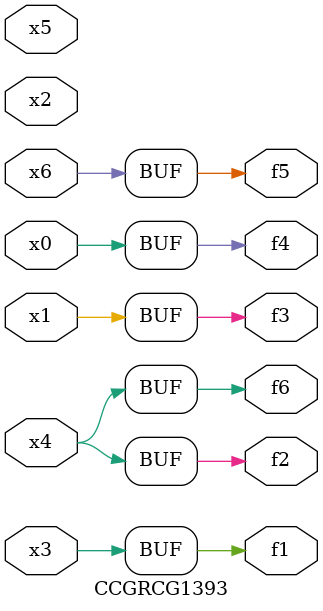
<source format=v>
module CCGRCG1393(
	input x0, x1, x2, x3, x4, x5, x6,
	output f1, f2, f3, f4, f5, f6
);
	assign f1 = x3;
	assign f2 = x4;
	assign f3 = x1;
	assign f4 = x0;
	assign f5 = x6;
	assign f6 = x4;
endmodule

</source>
